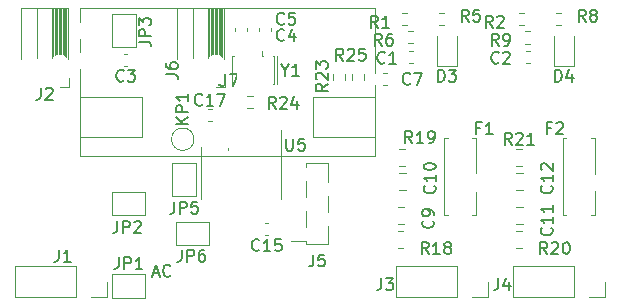
<source format=gbr>
%TF.GenerationSoftware,KiCad,Pcbnew,(5.1.10)-1*%
%TF.CreationDate,2022-01-18T17:52:15+07:00*%
%TF.ProjectId,Power_manager_v3,506f7765-725f-46d6-916e-616765725f76,rev?*%
%TF.SameCoordinates,Original*%
%TF.FileFunction,Legend,Top*%
%TF.FilePolarity,Positive*%
%FSLAX46Y46*%
G04 Gerber Fmt 4.6, Leading zero omitted, Abs format (unit mm)*
G04 Created by KiCad (PCBNEW (5.1.10)-1) date 2022-01-18 17:52:15*
%MOMM*%
%LPD*%
G01*
G04 APERTURE LIST*
%ADD10C,0.150000*%
%ADD11C,0.120000*%
%ADD12R,1.800000X0.650000*%
%ADD13C,1.000000*%
%ADD14R,1.000000X1.000000*%
%ADD15C,1.600000*%
%ADD16R,1.600000X1.600000*%
%ADD17R,2.400000X1.700000*%
%ADD18O,2.400000X1.700000*%
%ADD19O,1.700000X1.700000*%
%ADD20R,1.900000X2.700000*%
%ADD21O,1.000000X1.000000*%
%ADD22C,1.500000*%
%ADD23O,1.600000X1.600000*%
%ADD24R,0.400000X3.200000*%
%ADD25C,2.000000*%
%ADD26C,0.020000*%
%ADD27C,1.800000*%
%ADD28R,1.800000X1.800000*%
%ADD29R,0.450000X0.600000*%
G04 APERTURE END LIST*
D10*
X86688904Y-97499666D02*
X87165095Y-97499666D01*
X86593666Y-97785380D02*
X86927000Y-96785380D01*
X87260333Y-97785380D01*
X88165095Y-97690142D02*
X88117476Y-97737761D01*
X87974619Y-97785380D01*
X87879380Y-97785380D01*
X87736523Y-97737761D01*
X87641285Y-97642523D01*
X87593666Y-97547285D01*
X87546047Y-97356809D01*
X87546047Y-97213952D01*
X87593666Y-97023476D01*
X87641285Y-96928238D01*
X87736523Y-96833000D01*
X87879380Y-96785380D01*
X87974619Y-96785380D01*
X88117476Y-96833000D01*
X88165095Y-96880619D01*
D11*
%TO.C,J5*%
X99628000Y-94743000D02*
X98398000Y-94743000D01*
X101548000Y-89763000D02*
X101548000Y-88208000D01*
X101548000Y-92303000D02*
X101548000Y-90933000D01*
X101548000Y-95028000D02*
X101548000Y-93473000D01*
X101548000Y-88208000D02*
X99628000Y-88208000D01*
X99628000Y-88493000D02*
X99628000Y-88208000D01*
X99628000Y-91033000D02*
X99628000Y-89663000D01*
X99628000Y-93573000D02*
X99628000Y-92203000D01*
X99628000Y-95028000D02*
X99628000Y-94743000D01*
X101548000Y-95028000D02*
X99628000Y-95028000D01*
%TO.C,U7*%
X105515000Y-85952000D02*
X100254000Y-85952000D01*
X105515000Y-87552000D02*
X80515000Y-87552000D01*
X100254000Y-82552000D02*
X105515000Y-82552000D01*
X80515000Y-87552000D02*
X80515000Y-75052000D01*
X105515000Y-75052000D02*
X80515000Y-75052000D01*
X105515000Y-75052000D02*
X105515000Y-87552000D01*
X93015000Y-87052000D02*
X93015000Y-85802000D01*
X85776000Y-85952000D02*
X80515000Y-85952000D01*
X85776000Y-85952000D02*
X85776000Y-82552000D01*
X100254000Y-85952000D02*
X100254000Y-82552000D01*
X85776000Y-82552000D02*
X80515000Y-82552000D01*
%TO.C,J4*%
X117212000Y-96892000D02*
X117212000Y-99552000D01*
X122352000Y-96892000D02*
X117212000Y-96892000D01*
X122352000Y-99552000D02*
X117212000Y-99552000D01*
X122352000Y-96892000D02*
X122352000Y-99552000D01*
X123622000Y-99552000D02*
X124952000Y-99552000D01*
X124952000Y-98222000D02*
X124952000Y-99552000D01*
%TO.C,J3*%
X107306000Y-96892000D02*
X107306000Y-99552000D01*
X112446000Y-96892000D02*
X107306000Y-96892000D01*
X112446000Y-99552000D02*
X107306000Y-99552000D01*
X112446000Y-96892000D02*
X112446000Y-99552000D01*
X113716000Y-99552000D02*
X115046000Y-99552000D01*
X115046000Y-98222000D02*
X115046000Y-99552000D01*
%TO.C,J1*%
X75048000Y-96892000D02*
X75048000Y-99552000D01*
X80188000Y-96892000D02*
X75048000Y-96892000D01*
X80188000Y-99552000D02*
X75048000Y-99552000D01*
X80188000Y-96892000D02*
X80188000Y-99552000D01*
X81458000Y-99552000D02*
X82788000Y-99552000D01*
X82788000Y-98222000D02*
X82788000Y-99552000D01*
%TO.C,J6*%
X92759000Y-80950000D02*
X92759000Y-81710000D01*
X92759000Y-81710000D02*
X91999000Y-81710000D01*
X92694000Y-75070000D02*
X88764000Y-75070000D01*
X88764000Y-75070000D02*
X88764000Y-79372470D01*
X92694000Y-75070000D02*
X92694000Y-79372470D01*
X90094000Y-75070000D02*
X90094000Y-79262418D01*
X91364000Y-75070000D02*
X91364000Y-79262418D01*
X91474000Y-75070000D02*
X91474000Y-79130477D01*
X91584000Y-75070000D02*
X91584000Y-79043309D01*
X91694000Y-75070000D02*
X91694000Y-78983886D01*
X91804000Y-75070000D02*
X91804000Y-78945442D01*
X91914000Y-75070000D02*
X91914000Y-78924768D01*
X92024000Y-75070000D02*
X92024000Y-78920411D01*
X92134000Y-75070000D02*
X92134000Y-78932086D01*
X92244000Y-75070000D02*
X92244000Y-78960573D01*
X92354000Y-75070000D02*
X92354000Y-79008007D01*
X92464000Y-75070000D02*
X92464000Y-79078855D01*
X92574000Y-75070000D02*
X92574000Y-79183034D01*
%TO.C,C17*%
X91363420Y-84635000D02*
X91644580Y-84635000D01*
X91363420Y-83615000D02*
X91644580Y-83615000D01*
%TO.C,KP1*%
X90155000Y-86157000D02*
G75*
G03*
X90155000Y-86157000I-950000J0D01*
G01*
%TO.C,F1*%
X111660000Y-92602000D02*
X111330000Y-92602000D01*
X111330000Y-92602000D02*
X111330000Y-86062000D01*
X111330000Y-86062000D02*
X111660000Y-86062000D01*
X113740000Y-92602000D02*
X114070000Y-92602000D01*
X114070000Y-92602000D02*
X114070000Y-86062000D01*
X114070000Y-86062000D02*
X113740000Y-86062000D01*
%TO.C,R25*%
X104586500Y-81124258D02*
X104586500Y-80649742D01*
X103541500Y-81124258D02*
X103541500Y-80649742D01*
%TO.C,R23*%
X101890500Y-80648742D02*
X101890500Y-81123258D01*
X102935500Y-80648742D02*
X102935500Y-81123258D01*
%TO.C,C15*%
X96176420Y-94287000D02*
X96457580Y-94287000D01*
X96176420Y-93267000D02*
X96457580Y-93267000D01*
%TO.C,C7*%
X106196420Y-81587000D02*
X106477580Y-81587000D01*
X106196420Y-80567000D02*
X106477580Y-80567000D01*
%TO.C,Y1*%
X93374000Y-81515000D02*
X93374000Y-79515000D01*
X96974000Y-79515000D02*
X96974000Y-81515000D01*
X95924000Y-79115000D02*
X95924000Y-78715000D01*
X97174000Y-81515000D02*
X97174000Y-79515000D01*
X93374000Y-79515000D02*
X93374000Y-79115000D01*
X96974000Y-79515000D02*
X96974000Y-79115000D01*
X97174000Y-79515000D02*
X97174000Y-79115000D01*
X96974000Y-81515000D02*
X96824000Y-81515000D01*
X96974000Y-79115000D02*
X96824000Y-79115000D01*
X95924000Y-79115000D02*
X95974000Y-79115000D01*
X93374000Y-79115000D02*
X93524000Y-79115000D01*
X93374000Y-81515000D02*
X93524000Y-81515000D01*
%TO.C,U5*%
X90777000Y-89009500D02*
X90777000Y-91209500D01*
X90777000Y-89009500D02*
X90777000Y-86809500D01*
X97547000Y-89009500D02*
X97547000Y-91209500D01*
X97547000Y-89009500D02*
X97547000Y-85409500D01*
%TO.C,R24*%
X94682742Y-82459500D02*
X95157258Y-82459500D01*
X94682742Y-83504500D02*
X95157258Y-83504500D01*
%TO.C,C5*%
X93648000Y-77013580D02*
X93648000Y-76732420D01*
X94668000Y-77013580D02*
X94668000Y-76732420D01*
%TO.C,C4*%
X95680000Y-77013580D02*
X95680000Y-76732420D01*
X96700000Y-77013580D02*
X96700000Y-76732420D01*
%TO.C,JP6*%
X88657000Y-95158000D02*
X88657000Y-93158000D01*
X91457000Y-95158000D02*
X88657000Y-95158000D01*
X91457000Y-93158000D02*
X91457000Y-95158000D01*
X88657000Y-93158000D02*
X91457000Y-93158000D01*
%TO.C,JP5*%
X88332000Y-88149000D02*
X90332000Y-88149000D01*
X88332000Y-90949000D02*
X88332000Y-88149000D01*
X90332000Y-90949000D02*
X88332000Y-90949000D01*
X90332000Y-88149000D02*
X90332000Y-90949000D01*
%TO.C,JP3*%
X85252000Y-78376000D02*
X83252000Y-78376000D01*
X85252000Y-75576000D02*
X85252000Y-78376000D01*
X83252000Y-75576000D02*
X85252000Y-75576000D01*
X83252000Y-78376000D02*
X83252000Y-75576000D01*
%TO.C,JP2*%
X83196000Y-92618000D02*
X83196000Y-90618000D01*
X85996000Y-92618000D02*
X83196000Y-92618000D01*
X85996000Y-90618000D02*
X85996000Y-92618000D01*
X83196000Y-90618000D02*
X85996000Y-90618000D01*
%TO.C,R21*%
X117903564Y-88416000D02*
X117449436Y-88416000D01*
X117903564Y-86946000D02*
X117449436Y-86946000D01*
%TO.C,R20*%
X117903564Y-93931000D02*
X117449436Y-93931000D01*
X117903564Y-95401000D02*
X117449436Y-95401000D01*
%TO.C,R19*%
X107997564Y-88416000D02*
X107543436Y-88416000D01*
X107997564Y-86946000D02*
X107543436Y-86946000D01*
%TO.C,R18*%
X107870564Y-95401000D02*
X107416436Y-95401000D01*
X107870564Y-93931000D02*
X107416436Y-93931000D01*
%TO.C,C12*%
X117452748Y-88978000D02*
X117975252Y-88978000D01*
X117452748Y-90448000D02*
X117975252Y-90448000D01*
%TO.C,C11*%
X117980252Y-93369000D02*
X117457748Y-93369000D01*
X117980252Y-91899000D02*
X117457748Y-91899000D01*
%TO.C,C10*%
X107551748Y-88978000D02*
X108074252Y-88978000D01*
X107551748Y-90448000D02*
X108074252Y-90448000D01*
%TO.C,C9*%
X107942252Y-93369000D02*
X107419748Y-93369000D01*
X107942252Y-91899000D02*
X107419748Y-91899000D01*
%TO.C,R9*%
X118651758Y-78081600D02*
X118177242Y-78081600D01*
X118651758Y-77036600D02*
X118177242Y-77036600D01*
%TO.C,R8*%
X120780742Y-75474500D02*
X121255258Y-75474500D01*
X120780742Y-76519500D02*
X121255258Y-76519500D01*
%TO.C,R6*%
X108745758Y-78043500D02*
X108271242Y-78043500D01*
X108745758Y-76998500D02*
X108271242Y-76998500D01*
%TO.C,R5*%
X110874742Y-75474500D02*
X111349258Y-75474500D01*
X110874742Y-76519500D02*
X111349258Y-76519500D01*
%TO.C,R2*%
X118143758Y-76519500D02*
X117669242Y-76519500D01*
X118143758Y-75474500D02*
X117669242Y-75474500D01*
%TO.C,R1*%
X108237758Y-76519500D02*
X107763242Y-76519500D01*
X108237758Y-75474500D02*
X107763242Y-75474500D01*
%TO.C,D4*%
X120613000Y-79944000D02*
X122313000Y-79944000D01*
X122313000Y-79944000D02*
X122313000Y-77394000D01*
X120613000Y-79944000D02*
X120613000Y-77394000D01*
%TO.C,D3*%
X110707000Y-79944000D02*
X112407000Y-79944000D01*
X112407000Y-79944000D02*
X112407000Y-77394000D01*
X110707000Y-79944000D02*
X110707000Y-77394000D01*
%TO.C,C2*%
X118287420Y-78662000D02*
X118568580Y-78662000D01*
X118287420Y-79682000D02*
X118568580Y-79682000D01*
%TO.C,C1*%
X108381420Y-78662000D02*
X108662580Y-78662000D01*
X108381420Y-79682000D02*
X108662580Y-79682000D01*
%TO.C,C3*%
X84506580Y-79936000D02*
X84225420Y-79936000D01*
X84506580Y-78916000D02*
X84225420Y-78916000D01*
%TO.C,JP1*%
X83196000Y-99603000D02*
X83196000Y-97603000D01*
X85996000Y-99603000D02*
X83196000Y-99603000D01*
X85996000Y-97603000D02*
X85996000Y-99603000D01*
X83196000Y-97603000D02*
X85996000Y-97603000D01*
%TO.C,J2*%
X79366000Y-75070000D02*
X79366000Y-79183034D01*
X79256000Y-75070000D02*
X79256000Y-79078855D01*
X79146000Y-75070000D02*
X79146000Y-79008007D01*
X79036000Y-75070000D02*
X79036000Y-78960573D01*
X78926000Y-75070000D02*
X78926000Y-78932086D01*
X78816000Y-75070000D02*
X78816000Y-78920411D01*
X78706000Y-75070000D02*
X78706000Y-78924768D01*
X78596000Y-75070000D02*
X78596000Y-78945442D01*
X78486000Y-75070000D02*
X78486000Y-78983886D01*
X78376000Y-75070000D02*
X78376000Y-79043309D01*
X78266000Y-75070000D02*
X78266000Y-79130477D01*
X78156000Y-75070000D02*
X78156000Y-79262418D01*
X76886000Y-75070000D02*
X76886000Y-79262418D01*
X79486000Y-75070000D02*
X79486000Y-79372470D01*
X75556000Y-75070000D02*
X75556000Y-79372470D01*
X79486000Y-75070000D02*
X75556000Y-75070000D01*
X79551000Y-81710000D02*
X78791000Y-81710000D01*
X79551000Y-80950000D02*
X79551000Y-81710000D01*
%TO.C,F2*%
X121693000Y-92602000D02*
X121363000Y-92602000D01*
X121363000Y-92602000D02*
X121363000Y-86062000D01*
X121363000Y-86062000D02*
X121693000Y-86062000D01*
X123773000Y-92602000D02*
X124103000Y-92602000D01*
X124103000Y-92602000D02*
X124103000Y-86062000D01*
X124103000Y-86062000D02*
X123773000Y-86062000D01*
%TO.C,J5*%
D10*
X100254666Y-95920380D02*
X100254666Y-96634666D01*
X100207047Y-96777523D01*
X100111809Y-96872761D01*
X99968952Y-96920380D01*
X99873714Y-96920380D01*
X101207047Y-95920380D02*
X100730857Y-95920380D01*
X100683238Y-96396571D01*
X100730857Y-96348952D01*
X100826095Y-96301333D01*
X101064190Y-96301333D01*
X101159428Y-96348952D01*
X101207047Y-96396571D01*
X101254666Y-96491809D01*
X101254666Y-96729904D01*
X101207047Y-96825142D01*
X101159428Y-96872761D01*
X101064190Y-96920380D01*
X100826095Y-96920380D01*
X100730857Y-96872761D01*
X100683238Y-96825142D01*
%TO.C,U7*%
X92253095Y-80654380D02*
X92253095Y-81463904D01*
X92300714Y-81559142D01*
X92348333Y-81606761D01*
X92443571Y-81654380D01*
X92634047Y-81654380D01*
X92729285Y-81606761D01*
X92776904Y-81559142D01*
X92824523Y-81463904D01*
X92824523Y-80654380D01*
X93205476Y-80654380D02*
X93872142Y-80654380D01*
X93443571Y-81654380D01*
%TO.C,J4*%
X115922666Y-97928380D02*
X115922666Y-98642666D01*
X115875047Y-98785523D01*
X115779809Y-98880761D01*
X115636952Y-98928380D01*
X115541714Y-98928380D01*
X116827428Y-98261714D02*
X116827428Y-98928380D01*
X116589333Y-97880761D02*
X116351238Y-98595047D01*
X116970285Y-98595047D01*
%TO.C,J3*%
X106016666Y-97928380D02*
X106016666Y-98642666D01*
X105969047Y-98785523D01*
X105873809Y-98880761D01*
X105730952Y-98928380D01*
X105635714Y-98928380D01*
X106397619Y-97928380D02*
X107016666Y-97928380D01*
X106683333Y-98309333D01*
X106826190Y-98309333D01*
X106921428Y-98356952D01*
X106969047Y-98404571D01*
X107016666Y-98499809D01*
X107016666Y-98737904D01*
X106969047Y-98833142D01*
X106921428Y-98880761D01*
X106826190Y-98928380D01*
X106540476Y-98928380D01*
X106445238Y-98880761D01*
X106397619Y-98833142D01*
%TO.C,J1*%
X78711666Y-95515380D02*
X78711666Y-96229666D01*
X78664047Y-96372523D01*
X78568809Y-96467761D01*
X78425952Y-96515380D01*
X78330714Y-96515380D01*
X79711666Y-96515380D02*
X79140238Y-96515380D01*
X79425952Y-96515380D02*
X79425952Y-95515380D01*
X79330714Y-95658238D01*
X79235476Y-95753476D01*
X79140238Y-95801095D01*
%TO.C,J6*%
X87768380Y-80648333D02*
X88482666Y-80648333D01*
X88625523Y-80695952D01*
X88720761Y-80791190D01*
X88768380Y-80934047D01*
X88768380Y-81029285D01*
X87768380Y-79743571D02*
X87768380Y-79934047D01*
X87816000Y-80029285D01*
X87863619Y-80076904D01*
X88006476Y-80172142D01*
X88196952Y-80219761D01*
X88577904Y-80219761D01*
X88673142Y-80172142D01*
X88720761Y-80124523D01*
X88768380Y-80029285D01*
X88768380Y-79838809D01*
X88720761Y-79743571D01*
X88673142Y-79695952D01*
X88577904Y-79648333D01*
X88339809Y-79648333D01*
X88244571Y-79695952D01*
X88196952Y-79743571D01*
X88149333Y-79838809D01*
X88149333Y-80029285D01*
X88196952Y-80124523D01*
X88244571Y-80172142D01*
X88339809Y-80219761D01*
%TO.C,C17*%
X90848142Y-83212142D02*
X90800523Y-83259761D01*
X90657666Y-83307380D01*
X90562428Y-83307380D01*
X90419571Y-83259761D01*
X90324333Y-83164523D01*
X90276714Y-83069285D01*
X90229095Y-82878809D01*
X90229095Y-82735952D01*
X90276714Y-82545476D01*
X90324333Y-82450238D01*
X90419571Y-82355000D01*
X90562428Y-82307380D01*
X90657666Y-82307380D01*
X90800523Y-82355000D01*
X90848142Y-82402619D01*
X91800523Y-83307380D02*
X91229095Y-83307380D01*
X91514809Y-83307380D02*
X91514809Y-82307380D01*
X91419571Y-82450238D01*
X91324333Y-82545476D01*
X91229095Y-82593095D01*
X92133857Y-82307380D02*
X92800523Y-82307380D01*
X92371952Y-83307380D01*
%TO.C,KP1*%
X89657380Y-84855095D02*
X88657380Y-84855095D01*
X89657380Y-84283666D02*
X89085952Y-84712238D01*
X88657380Y-84283666D02*
X89228809Y-84855095D01*
X89657380Y-83855095D02*
X88657380Y-83855095D01*
X88657380Y-83474142D01*
X88705000Y-83378904D01*
X88752619Y-83331285D01*
X88847857Y-83283666D01*
X88990714Y-83283666D01*
X89085952Y-83331285D01*
X89133571Y-83378904D01*
X89181190Y-83474142D01*
X89181190Y-83855095D01*
X89657380Y-82331285D02*
X89657380Y-82902714D01*
X89657380Y-82617000D02*
X88657380Y-82617000D01*
X88800238Y-82712238D01*
X88895476Y-82807476D01*
X88943095Y-82902714D01*
%TO.C,F1*%
X114398666Y-85196571D02*
X114065333Y-85196571D01*
X114065333Y-85720380D02*
X114065333Y-84720380D01*
X114541523Y-84720380D01*
X115446285Y-85720380D02*
X114874857Y-85720380D01*
X115160571Y-85720380D02*
X115160571Y-84720380D01*
X115065333Y-84863238D01*
X114970095Y-84958476D01*
X114874857Y-85006095D01*
%TO.C,R25*%
X102786142Y-79497380D02*
X102452809Y-79021190D01*
X102214714Y-79497380D02*
X102214714Y-78497380D01*
X102595666Y-78497380D01*
X102690904Y-78545000D01*
X102738523Y-78592619D01*
X102786142Y-78687857D01*
X102786142Y-78830714D01*
X102738523Y-78925952D01*
X102690904Y-78973571D01*
X102595666Y-79021190D01*
X102214714Y-79021190D01*
X103167095Y-78592619D02*
X103214714Y-78545000D01*
X103309952Y-78497380D01*
X103548047Y-78497380D01*
X103643285Y-78545000D01*
X103690904Y-78592619D01*
X103738523Y-78687857D01*
X103738523Y-78783095D01*
X103690904Y-78925952D01*
X103119476Y-79497380D01*
X103738523Y-79497380D01*
X104643285Y-78497380D02*
X104167095Y-78497380D01*
X104119476Y-78973571D01*
X104167095Y-78925952D01*
X104262333Y-78878333D01*
X104500428Y-78878333D01*
X104595666Y-78925952D01*
X104643285Y-78973571D01*
X104690904Y-79068809D01*
X104690904Y-79306904D01*
X104643285Y-79402142D01*
X104595666Y-79449761D01*
X104500428Y-79497380D01*
X104262333Y-79497380D01*
X104167095Y-79449761D01*
X104119476Y-79402142D01*
%TO.C,R23*%
X101468380Y-81465857D02*
X100992190Y-81799190D01*
X101468380Y-82037285D02*
X100468380Y-82037285D01*
X100468380Y-81656333D01*
X100516000Y-81561095D01*
X100563619Y-81513476D01*
X100658857Y-81465857D01*
X100801714Y-81465857D01*
X100896952Y-81513476D01*
X100944571Y-81561095D01*
X100992190Y-81656333D01*
X100992190Y-82037285D01*
X100563619Y-81084904D02*
X100516000Y-81037285D01*
X100468380Y-80942047D01*
X100468380Y-80703952D01*
X100516000Y-80608714D01*
X100563619Y-80561095D01*
X100658857Y-80513476D01*
X100754095Y-80513476D01*
X100896952Y-80561095D01*
X101468380Y-81132523D01*
X101468380Y-80513476D01*
X100468380Y-80180142D02*
X100468380Y-79561095D01*
X100849333Y-79894428D01*
X100849333Y-79751571D01*
X100896952Y-79656333D01*
X100944571Y-79608714D01*
X101039809Y-79561095D01*
X101277904Y-79561095D01*
X101373142Y-79608714D01*
X101420761Y-79656333D01*
X101468380Y-79751571D01*
X101468380Y-80037285D01*
X101420761Y-80132523D01*
X101373142Y-80180142D01*
%TO.C,C15*%
X95674142Y-95531142D02*
X95626523Y-95578761D01*
X95483666Y-95626380D01*
X95388428Y-95626380D01*
X95245571Y-95578761D01*
X95150333Y-95483523D01*
X95102714Y-95388285D01*
X95055095Y-95197809D01*
X95055095Y-95054952D01*
X95102714Y-94864476D01*
X95150333Y-94769238D01*
X95245571Y-94674000D01*
X95388428Y-94626380D01*
X95483666Y-94626380D01*
X95626523Y-94674000D01*
X95674142Y-94721619D01*
X96626523Y-95626380D02*
X96055095Y-95626380D01*
X96340809Y-95626380D02*
X96340809Y-94626380D01*
X96245571Y-94769238D01*
X96150333Y-94864476D01*
X96055095Y-94912095D01*
X97531285Y-94626380D02*
X97055095Y-94626380D01*
X97007476Y-95102571D01*
X97055095Y-95054952D01*
X97150333Y-95007333D01*
X97388428Y-95007333D01*
X97483666Y-95054952D01*
X97531285Y-95102571D01*
X97578904Y-95197809D01*
X97578904Y-95435904D01*
X97531285Y-95531142D01*
X97483666Y-95578761D01*
X97388428Y-95626380D01*
X97150333Y-95626380D01*
X97055095Y-95578761D01*
X97007476Y-95531142D01*
%TO.C,C7*%
X108469333Y-81434142D02*
X108421714Y-81481761D01*
X108278857Y-81529380D01*
X108183619Y-81529380D01*
X108040761Y-81481761D01*
X107945523Y-81386523D01*
X107897904Y-81291285D01*
X107850285Y-81100809D01*
X107850285Y-80957952D01*
X107897904Y-80767476D01*
X107945523Y-80672238D01*
X108040761Y-80577000D01*
X108183619Y-80529380D01*
X108278857Y-80529380D01*
X108421714Y-80577000D01*
X108469333Y-80624619D01*
X108802666Y-80529380D02*
X109469333Y-80529380D01*
X109040761Y-81529380D01*
%TO.C,Y1*%
X97872809Y-80291190D02*
X97872809Y-80767380D01*
X97539476Y-79767380D02*
X97872809Y-80291190D01*
X98206142Y-79767380D01*
X99063285Y-80767380D02*
X98491857Y-80767380D01*
X98777571Y-80767380D02*
X98777571Y-79767380D01*
X98682333Y-79910238D01*
X98587095Y-80005476D01*
X98491857Y-80053095D01*
%TO.C,U5*%
X97968095Y-86117380D02*
X97968095Y-86926904D01*
X98015714Y-87022142D01*
X98063333Y-87069761D01*
X98158571Y-87117380D01*
X98349047Y-87117380D01*
X98444285Y-87069761D01*
X98491904Y-87022142D01*
X98539523Y-86926904D01*
X98539523Y-86117380D01*
X99491904Y-86117380D02*
X99015714Y-86117380D01*
X98968095Y-86593571D01*
X99015714Y-86545952D01*
X99110952Y-86498333D01*
X99349047Y-86498333D01*
X99444285Y-86545952D01*
X99491904Y-86593571D01*
X99539523Y-86688809D01*
X99539523Y-86926904D01*
X99491904Y-87022142D01*
X99444285Y-87069761D01*
X99349047Y-87117380D01*
X99110952Y-87117380D01*
X99015714Y-87069761D01*
X98968095Y-87022142D01*
%TO.C,R24*%
X97071142Y-83561380D02*
X96737809Y-83085190D01*
X96499714Y-83561380D02*
X96499714Y-82561380D01*
X96880666Y-82561380D01*
X96975904Y-82609000D01*
X97023523Y-82656619D01*
X97071142Y-82751857D01*
X97071142Y-82894714D01*
X97023523Y-82989952D01*
X96975904Y-83037571D01*
X96880666Y-83085190D01*
X96499714Y-83085190D01*
X97452095Y-82656619D02*
X97499714Y-82609000D01*
X97594952Y-82561380D01*
X97833047Y-82561380D01*
X97928285Y-82609000D01*
X97975904Y-82656619D01*
X98023523Y-82751857D01*
X98023523Y-82847095D01*
X97975904Y-82989952D01*
X97404476Y-83561380D01*
X98023523Y-83561380D01*
X98880666Y-82894714D02*
X98880666Y-83561380D01*
X98642571Y-82513761D02*
X98404476Y-83228047D01*
X99023523Y-83228047D01*
%TO.C,C5*%
X97801333Y-76354142D02*
X97753714Y-76401761D01*
X97610857Y-76449380D01*
X97515619Y-76449380D01*
X97372761Y-76401761D01*
X97277523Y-76306523D01*
X97229904Y-76211285D01*
X97182285Y-76020809D01*
X97182285Y-75877952D01*
X97229904Y-75687476D01*
X97277523Y-75592238D01*
X97372761Y-75497000D01*
X97515619Y-75449380D01*
X97610857Y-75449380D01*
X97753714Y-75497000D01*
X97801333Y-75544619D01*
X98706095Y-75449380D02*
X98229904Y-75449380D01*
X98182285Y-75925571D01*
X98229904Y-75877952D01*
X98325142Y-75830333D01*
X98563238Y-75830333D01*
X98658476Y-75877952D01*
X98706095Y-75925571D01*
X98753714Y-76020809D01*
X98753714Y-76258904D01*
X98706095Y-76354142D01*
X98658476Y-76401761D01*
X98563238Y-76449380D01*
X98325142Y-76449380D01*
X98229904Y-76401761D01*
X98182285Y-76354142D01*
%TO.C,C4*%
X97801333Y-77751142D02*
X97753714Y-77798761D01*
X97610857Y-77846380D01*
X97515619Y-77846380D01*
X97372761Y-77798761D01*
X97277523Y-77703523D01*
X97229904Y-77608285D01*
X97182285Y-77417809D01*
X97182285Y-77274952D01*
X97229904Y-77084476D01*
X97277523Y-76989238D01*
X97372761Y-76894000D01*
X97515619Y-76846380D01*
X97610857Y-76846380D01*
X97753714Y-76894000D01*
X97801333Y-76941619D01*
X98658476Y-77179714D02*
X98658476Y-77846380D01*
X98420380Y-76798761D02*
X98182285Y-77513047D01*
X98801333Y-77513047D01*
%TO.C,JP6*%
X89133666Y-95515380D02*
X89133666Y-96229666D01*
X89086047Y-96372523D01*
X88990809Y-96467761D01*
X88847952Y-96515380D01*
X88752714Y-96515380D01*
X89609857Y-96515380D02*
X89609857Y-95515380D01*
X89990809Y-95515380D01*
X90086047Y-95563000D01*
X90133666Y-95610619D01*
X90181285Y-95705857D01*
X90181285Y-95848714D01*
X90133666Y-95943952D01*
X90086047Y-95991571D01*
X89990809Y-96039190D01*
X89609857Y-96039190D01*
X91038428Y-95515380D02*
X90847952Y-95515380D01*
X90752714Y-95563000D01*
X90705095Y-95610619D01*
X90609857Y-95753476D01*
X90562238Y-95943952D01*
X90562238Y-96324904D01*
X90609857Y-96420142D01*
X90657476Y-96467761D01*
X90752714Y-96515380D01*
X90943190Y-96515380D01*
X91038428Y-96467761D01*
X91086047Y-96420142D01*
X91133666Y-96324904D01*
X91133666Y-96086809D01*
X91086047Y-95991571D01*
X91038428Y-95943952D01*
X90943190Y-95896333D01*
X90752714Y-95896333D01*
X90657476Y-95943952D01*
X90609857Y-95991571D01*
X90562238Y-96086809D01*
%TO.C,JP5*%
X88498666Y-91451380D02*
X88498666Y-92165666D01*
X88451047Y-92308523D01*
X88355809Y-92403761D01*
X88212952Y-92451380D01*
X88117714Y-92451380D01*
X88974857Y-92451380D02*
X88974857Y-91451380D01*
X89355809Y-91451380D01*
X89451047Y-91499000D01*
X89498666Y-91546619D01*
X89546285Y-91641857D01*
X89546285Y-91784714D01*
X89498666Y-91879952D01*
X89451047Y-91927571D01*
X89355809Y-91975190D01*
X88974857Y-91975190D01*
X90451047Y-91451380D02*
X89974857Y-91451380D01*
X89927238Y-91927571D01*
X89974857Y-91879952D01*
X90070095Y-91832333D01*
X90308190Y-91832333D01*
X90403428Y-91879952D01*
X90451047Y-91927571D01*
X90498666Y-92022809D01*
X90498666Y-92260904D01*
X90451047Y-92356142D01*
X90403428Y-92403761D01*
X90308190Y-92451380D01*
X90070095Y-92451380D01*
X89974857Y-92403761D01*
X89927238Y-92356142D01*
%TO.C,JP3*%
X85482380Y-77899333D02*
X86196666Y-77899333D01*
X86339523Y-77946952D01*
X86434761Y-78042190D01*
X86482380Y-78185047D01*
X86482380Y-78280285D01*
X86482380Y-77423142D02*
X85482380Y-77423142D01*
X85482380Y-77042190D01*
X85530000Y-76946952D01*
X85577619Y-76899333D01*
X85672857Y-76851714D01*
X85815714Y-76851714D01*
X85910952Y-76899333D01*
X85958571Y-76946952D01*
X86006190Y-77042190D01*
X86006190Y-77423142D01*
X85482380Y-76518380D02*
X85482380Y-75899333D01*
X85863333Y-76232666D01*
X85863333Y-76089809D01*
X85910952Y-75994571D01*
X85958571Y-75946952D01*
X86053809Y-75899333D01*
X86291904Y-75899333D01*
X86387142Y-75946952D01*
X86434761Y-75994571D01*
X86482380Y-76089809D01*
X86482380Y-76375523D01*
X86434761Y-76470761D01*
X86387142Y-76518380D01*
%TO.C,JP2*%
X83672666Y-93102380D02*
X83672666Y-93816666D01*
X83625047Y-93959523D01*
X83529809Y-94054761D01*
X83386952Y-94102380D01*
X83291714Y-94102380D01*
X84148857Y-94102380D02*
X84148857Y-93102380D01*
X84529809Y-93102380D01*
X84625047Y-93150000D01*
X84672666Y-93197619D01*
X84720285Y-93292857D01*
X84720285Y-93435714D01*
X84672666Y-93530952D01*
X84625047Y-93578571D01*
X84529809Y-93626190D01*
X84148857Y-93626190D01*
X85101238Y-93197619D02*
X85148857Y-93150000D01*
X85244095Y-93102380D01*
X85482190Y-93102380D01*
X85577428Y-93150000D01*
X85625047Y-93197619D01*
X85672666Y-93292857D01*
X85672666Y-93388095D01*
X85625047Y-93530952D01*
X85053619Y-94102380D01*
X85672666Y-94102380D01*
%TO.C,R21*%
X117057142Y-86609380D02*
X116723809Y-86133190D01*
X116485714Y-86609380D02*
X116485714Y-85609380D01*
X116866666Y-85609380D01*
X116961904Y-85657000D01*
X117009523Y-85704619D01*
X117057142Y-85799857D01*
X117057142Y-85942714D01*
X117009523Y-86037952D01*
X116961904Y-86085571D01*
X116866666Y-86133190D01*
X116485714Y-86133190D01*
X117438095Y-85704619D02*
X117485714Y-85657000D01*
X117580952Y-85609380D01*
X117819047Y-85609380D01*
X117914285Y-85657000D01*
X117961904Y-85704619D01*
X118009523Y-85799857D01*
X118009523Y-85895095D01*
X117961904Y-86037952D01*
X117390476Y-86609380D01*
X118009523Y-86609380D01*
X118961904Y-86609380D02*
X118390476Y-86609380D01*
X118676190Y-86609380D02*
X118676190Y-85609380D01*
X118580952Y-85752238D01*
X118485714Y-85847476D01*
X118390476Y-85895095D01*
%TO.C,R20*%
X120058142Y-95880380D02*
X119724809Y-95404190D01*
X119486714Y-95880380D02*
X119486714Y-94880380D01*
X119867666Y-94880380D01*
X119962904Y-94928000D01*
X120010523Y-94975619D01*
X120058142Y-95070857D01*
X120058142Y-95213714D01*
X120010523Y-95308952D01*
X119962904Y-95356571D01*
X119867666Y-95404190D01*
X119486714Y-95404190D01*
X120439095Y-94975619D02*
X120486714Y-94928000D01*
X120581952Y-94880380D01*
X120820047Y-94880380D01*
X120915285Y-94928000D01*
X120962904Y-94975619D01*
X121010523Y-95070857D01*
X121010523Y-95166095D01*
X120962904Y-95308952D01*
X120391476Y-95880380D01*
X121010523Y-95880380D01*
X121629571Y-94880380D02*
X121724809Y-94880380D01*
X121820047Y-94928000D01*
X121867666Y-94975619D01*
X121915285Y-95070857D01*
X121962904Y-95261333D01*
X121962904Y-95499428D01*
X121915285Y-95689904D01*
X121867666Y-95785142D01*
X121820047Y-95832761D01*
X121724809Y-95880380D01*
X121629571Y-95880380D01*
X121534333Y-95832761D01*
X121486714Y-95785142D01*
X121439095Y-95689904D01*
X121391476Y-95499428D01*
X121391476Y-95261333D01*
X121439095Y-95070857D01*
X121486714Y-94975619D01*
X121534333Y-94928000D01*
X121629571Y-94880380D01*
%TO.C,R19*%
X108628142Y-86482380D02*
X108294809Y-86006190D01*
X108056714Y-86482380D02*
X108056714Y-85482380D01*
X108437666Y-85482380D01*
X108532904Y-85530000D01*
X108580523Y-85577619D01*
X108628142Y-85672857D01*
X108628142Y-85815714D01*
X108580523Y-85910952D01*
X108532904Y-85958571D01*
X108437666Y-86006190D01*
X108056714Y-86006190D01*
X109580523Y-86482380D02*
X109009095Y-86482380D01*
X109294809Y-86482380D02*
X109294809Y-85482380D01*
X109199571Y-85625238D01*
X109104333Y-85720476D01*
X109009095Y-85768095D01*
X110056714Y-86482380D02*
X110247190Y-86482380D01*
X110342428Y-86434761D01*
X110390047Y-86387142D01*
X110485285Y-86244285D01*
X110532904Y-86053809D01*
X110532904Y-85672857D01*
X110485285Y-85577619D01*
X110437666Y-85530000D01*
X110342428Y-85482380D01*
X110151952Y-85482380D01*
X110056714Y-85530000D01*
X110009095Y-85577619D01*
X109961476Y-85672857D01*
X109961476Y-85910952D01*
X110009095Y-86006190D01*
X110056714Y-86053809D01*
X110151952Y-86101428D01*
X110342428Y-86101428D01*
X110437666Y-86053809D01*
X110485285Y-86006190D01*
X110532904Y-85910952D01*
%TO.C,R18*%
X110025142Y-95880380D02*
X109691809Y-95404190D01*
X109453714Y-95880380D02*
X109453714Y-94880380D01*
X109834666Y-94880380D01*
X109929904Y-94928000D01*
X109977523Y-94975619D01*
X110025142Y-95070857D01*
X110025142Y-95213714D01*
X109977523Y-95308952D01*
X109929904Y-95356571D01*
X109834666Y-95404190D01*
X109453714Y-95404190D01*
X110977523Y-95880380D02*
X110406095Y-95880380D01*
X110691809Y-95880380D02*
X110691809Y-94880380D01*
X110596571Y-95023238D01*
X110501333Y-95118476D01*
X110406095Y-95166095D01*
X111548952Y-95308952D02*
X111453714Y-95261333D01*
X111406095Y-95213714D01*
X111358476Y-95118476D01*
X111358476Y-95070857D01*
X111406095Y-94975619D01*
X111453714Y-94928000D01*
X111548952Y-94880380D01*
X111739428Y-94880380D01*
X111834666Y-94928000D01*
X111882285Y-94975619D01*
X111929904Y-95070857D01*
X111929904Y-95118476D01*
X111882285Y-95213714D01*
X111834666Y-95261333D01*
X111739428Y-95308952D01*
X111548952Y-95308952D01*
X111453714Y-95356571D01*
X111406095Y-95404190D01*
X111358476Y-95499428D01*
X111358476Y-95689904D01*
X111406095Y-95785142D01*
X111453714Y-95832761D01*
X111548952Y-95880380D01*
X111739428Y-95880380D01*
X111834666Y-95832761D01*
X111882285Y-95785142D01*
X111929904Y-95689904D01*
X111929904Y-95499428D01*
X111882285Y-95404190D01*
X111834666Y-95356571D01*
X111739428Y-95308952D01*
%TO.C,C12*%
X120423142Y-90101857D02*
X120470761Y-90149476D01*
X120518380Y-90292333D01*
X120518380Y-90387571D01*
X120470761Y-90530428D01*
X120375523Y-90625666D01*
X120280285Y-90673285D01*
X120089809Y-90720904D01*
X119946952Y-90720904D01*
X119756476Y-90673285D01*
X119661238Y-90625666D01*
X119566000Y-90530428D01*
X119518380Y-90387571D01*
X119518380Y-90292333D01*
X119566000Y-90149476D01*
X119613619Y-90101857D01*
X120518380Y-89149476D02*
X120518380Y-89720904D01*
X120518380Y-89435190D02*
X119518380Y-89435190D01*
X119661238Y-89530428D01*
X119756476Y-89625666D01*
X119804095Y-89720904D01*
X119613619Y-88768523D02*
X119566000Y-88720904D01*
X119518380Y-88625666D01*
X119518380Y-88387571D01*
X119566000Y-88292333D01*
X119613619Y-88244714D01*
X119708857Y-88197095D01*
X119804095Y-88197095D01*
X119946952Y-88244714D01*
X120518380Y-88816142D01*
X120518380Y-88197095D01*
%TO.C,C11*%
X120423142Y-93657857D02*
X120470761Y-93705476D01*
X120518380Y-93848333D01*
X120518380Y-93943571D01*
X120470761Y-94086428D01*
X120375523Y-94181666D01*
X120280285Y-94229285D01*
X120089809Y-94276904D01*
X119946952Y-94276904D01*
X119756476Y-94229285D01*
X119661238Y-94181666D01*
X119566000Y-94086428D01*
X119518380Y-93943571D01*
X119518380Y-93848333D01*
X119566000Y-93705476D01*
X119613619Y-93657857D01*
X120518380Y-92705476D02*
X120518380Y-93276904D01*
X120518380Y-92991190D02*
X119518380Y-92991190D01*
X119661238Y-93086428D01*
X119756476Y-93181666D01*
X119804095Y-93276904D01*
X120518380Y-91753095D02*
X120518380Y-92324523D01*
X120518380Y-92038809D02*
X119518380Y-92038809D01*
X119661238Y-92134047D01*
X119756476Y-92229285D01*
X119804095Y-92324523D01*
%TO.C,C10*%
X110517142Y-90101857D02*
X110564761Y-90149476D01*
X110612380Y-90292333D01*
X110612380Y-90387571D01*
X110564761Y-90530428D01*
X110469523Y-90625666D01*
X110374285Y-90673285D01*
X110183809Y-90720904D01*
X110040952Y-90720904D01*
X109850476Y-90673285D01*
X109755238Y-90625666D01*
X109660000Y-90530428D01*
X109612380Y-90387571D01*
X109612380Y-90292333D01*
X109660000Y-90149476D01*
X109707619Y-90101857D01*
X110612380Y-89149476D02*
X110612380Y-89720904D01*
X110612380Y-89435190D02*
X109612380Y-89435190D01*
X109755238Y-89530428D01*
X109850476Y-89625666D01*
X109898095Y-89720904D01*
X109612380Y-88530428D02*
X109612380Y-88435190D01*
X109660000Y-88339952D01*
X109707619Y-88292333D01*
X109802857Y-88244714D01*
X109993333Y-88197095D01*
X110231428Y-88197095D01*
X110421904Y-88244714D01*
X110517142Y-88292333D01*
X110564761Y-88339952D01*
X110612380Y-88435190D01*
X110612380Y-88530428D01*
X110564761Y-88625666D01*
X110517142Y-88673285D01*
X110421904Y-88720904D01*
X110231428Y-88768523D01*
X109993333Y-88768523D01*
X109802857Y-88720904D01*
X109707619Y-88673285D01*
X109660000Y-88625666D01*
X109612380Y-88530428D01*
%TO.C,C9*%
X110390142Y-93054666D02*
X110437761Y-93102285D01*
X110485380Y-93245142D01*
X110485380Y-93340380D01*
X110437761Y-93483238D01*
X110342523Y-93578476D01*
X110247285Y-93626095D01*
X110056809Y-93673714D01*
X109913952Y-93673714D01*
X109723476Y-93626095D01*
X109628238Y-93578476D01*
X109533000Y-93483238D01*
X109485380Y-93340380D01*
X109485380Y-93245142D01*
X109533000Y-93102285D01*
X109580619Y-93054666D01*
X110485380Y-92578476D02*
X110485380Y-92388000D01*
X110437761Y-92292761D01*
X110390142Y-92245142D01*
X110247285Y-92149904D01*
X110056809Y-92102285D01*
X109675857Y-92102285D01*
X109580619Y-92149904D01*
X109533000Y-92197523D01*
X109485380Y-92292761D01*
X109485380Y-92483238D01*
X109533000Y-92578476D01*
X109580619Y-92626095D01*
X109675857Y-92673714D01*
X109913952Y-92673714D01*
X110009190Y-92626095D01*
X110056809Y-92578476D01*
X110104428Y-92483238D01*
X110104428Y-92292761D01*
X110056809Y-92197523D01*
X110009190Y-92149904D01*
X109913952Y-92102285D01*
%TO.C,R9*%
X115962333Y-78227380D02*
X115629000Y-77751190D01*
X115390904Y-78227380D02*
X115390904Y-77227380D01*
X115771857Y-77227380D01*
X115867095Y-77275000D01*
X115914714Y-77322619D01*
X115962333Y-77417857D01*
X115962333Y-77560714D01*
X115914714Y-77655952D01*
X115867095Y-77703571D01*
X115771857Y-77751190D01*
X115390904Y-77751190D01*
X116438523Y-78227380D02*
X116629000Y-78227380D01*
X116724238Y-78179761D01*
X116771857Y-78132142D01*
X116867095Y-77989285D01*
X116914714Y-77798809D01*
X116914714Y-77417857D01*
X116867095Y-77322619D01*
X116819476Y-77275000D01*
X116724238Y-77227380D01*
X116533761Y-77227380D01*
X116438523Y-77275000D01*
X116390904Y-77322619D01*
X116343285Y-77417857D01*
X116343285Y-77655952D01*
X116390904Y-77751190D01*
X116438523Y-77798809D01*
X116533761Y-77846428D01*
X116724238Y-77846428D01*
X116819476Y-77798809D01*
X116867095Y-77751190D01*
X116914714Y-77655952D01*
%TO.C,R8*%
X123328333Y-76195380D02*
X122995000Y-75719190D01*
X122756904Y-76195380D02*
X122756904Y-75195380D01*
X123137857Y-75195380D01*
X123233095Y-75243000D01*
X123280714Y-75290619D01*
X123328333Y-75385857D01*
X123328333Y-75528714D01*
X123280714Y-75623952D01*
X123233095Y-75671571D01*
X123137857Y-75719190D01*
X122756904Y-75719190D01*
X123899761Y-75623952D02*
X123804523Y-75576333D01*
X123756904Y-75528714D01*
X123709285Y-75433476D01*
X123709285Y-75385857D01*
X123756904Y-75290619D01*
X123804523Y-75243000D01*
X123899761Y-75195380D01*
X124090238Y-75195380D01*
X124185476Y-75243000D01*
X124233095Y-75290619D01*
X124280714Y-75385857D01*
X124280714Y-75433476D01*
X124233095Y-75528714D01*
X124185476Y-75576333D01*
X124090238Y-75623952D01*
X123899761Y-75623952D01*
X123804523Y-75671571D01*
X123756904Y-75719190D01*
X123709285Y-75814428D01*
X123709285Y-76004904D01*
X123756904Y-76100142D01*
X123804523Y-76147761D01*
X123899761Y-76195380D01*
X124090238Y-76195380D01*
X124185476Y-76147761D01*
X124233095Y-76100142D01*
X124280714Y-76004904D01*
X124280714Y-75814428D01*
X124233095Y-75719190D01*
X124185476Y-75671571D01*
X124090238Y-75623952D01*
%TO.C,R6*%
X106056333Y-78227380D02*
X105723000Y-77751190D01*
X105484904Y-78227380D02*
X105484904Y-77227380D01*
X105865857Y-77227380D01*
X105961095Y-77275000D01*
X106008714Y-77322619D01*
X106056333Y-77417857D01*
X106056333Y-77560714D01*
X106008714Y-77655952D01*
X105961095Y-77703571D01*
X105865857Y-77751190D01*
X105484904Y-77751190D01*
X106913476Y-77227380D02*
X106723000Y-77227380D01*
X106627761Y-77275000D01*
X106580142Y-77322619D01*
X106484904Y-77465476D01*
X106437285Y-77655952D01*
X106437285Y-78036904D01*
X106484904Y-78132142D01*
X106532523Y-78179761D01*
X106627761Y-78227380D01*
X106818238Y-78227380D01*
X106913476Y-78179761D01*
X106961095Y-78132142D01*
X107008714Y-78036904D01*
X107008714Y-77798809D01*
X106961095Y-77703571D01*
X106913476Y-77655952D01*
X106818238Y-77608333D01*
X106627761Y-77608333D01*
X106532523Y-77655952D01*
X106484904Y-77703571D01*
X106437285Y-77798809D01*
%TO.C,R5*%
X113422333Y-76195380D02*
X113089000Y-75719190D01*
X112850904Y-76195380D02*
X112850904Y-75195380D01*
X113231857Y-75195380D01*
X113327095Y-75243000D01*
X113374714Y-75290619D01*
X113422333Y-75385857D01*
X113422333Y-75528714D01*
X113374714Y-75623952D01*
X113327095Y-75671571D01*
X113231857Y-75719190D01*
X112850904Y-75719190D01*
X114327095Y-75195380D02*
X113850904Y-75195380D01*
X113803285Y-75671571D01*
X113850904Y-75623952D01*
X113946142Y-75576333D01*
X114184238Y-75576333D01*
X114279476Y-75623952D01*
X114327095Y-75671571D01*
X114374714Y-75766809D01*
X114374714Y-76004904D01*
X114327095Y-76100142D01*
X114279476Y-76147761D01*
X114184238Y-76195380D01*
X113946142Y-76195380D01*
X113850904Y-76147761D01*
X113803285Y-76100142D01*
%TO.C,R2*%
X115454333Y-76703380D02*
X115121000Y-76227190D01*
X114882904Y-76703380D02*
X114882904Y-75703380D01*
X115263857Y-75703380D01*
X115359095Y-75751000D01*
X115406714Y-75798619D01*
X115454333Y-75893857D01*
X115454333Y-76036714D01*
X115406714Y-76131952D01*
X115359095Y-76179571D01*
X115263857Y-76227190D01*
X114882904Y-76227190D01*
X115835285Y-75798619D02*
X115882904Y-75751000D01*
X115978142Y-75703380D01*
X116216238Y-75703380D01*
X116311476Y-75751000D01*
X116359095Y-75798619D01*
X116406714Y-75893857D01*
X116406714Y-75989095D01*
X116359095Y-76131952D01*
X115787666Y-76703380D01*
X116406714Y-76703380D01*
%TO.C,R1*%
X105738833Y-76703380D02*
X105405500Y-76227190D01*
X105167404Y-76703380D02*
X105167404Y-75703380D01*
X105548357Y-75703380D01*
X105643595Y-75751000D01*
X105691214Y-75798619D01*
X105738833Y-75893857D01*
X105738833Y-76036714D01*
X105691214Y-76131952D01*
X105643595Y-76179571D01*
X105548357Y-76227190D01*
X105167404Y-76227190D01*
X106691214Y-76703380D02*
X106119785Y-76703380D01*
X106405500Y-76703380D02*
X106405500Y-75703380D01*
X106310261Y-75846238D01*
X106215023Y-75941476D01*
X106119785Y-75989095D01*
%TO.C,D4*%
X120724904Y-81275380D02*
X120724904Y-80275380D01*
X120963000Y-80275380D01*
X121105857Y-80323000D01*
X121201095Y-80418238D01*
X121248714Y-80513476D01*
X121296333Y-80703952D01*
X121296333Y-80846809D01*
X121248714Y-81037285D01*
X121201095Y-81132523D01*
X121105857Y-81227761D01*
X120963000Y-81275380D01*
X120724904Y-81275380D01*
X122153476Y-80608714D02*
X122153476Y-81275380D01*
X121915380Y-80227761D02*
X121677285Y-80942047D01*
X122296333Y-80942047D01*
%TO.C,D3*%
X110818904Y-81275380D02*
X110818904Y-80275380D01*
X111057000Y-80275380D01*
X111199857Y-80323000D01*
X111295095Y-80418238D01*
X111342714Y-80513476D01*
X111390333Y-80703952D01*
X111390333Y-80846809D01*
X111342714Y-81037285D01*
X111295095Y-81132523D01*
X111199857Y-81227761D01*
X111057000Y-81275380D01*
X110818904Y-81275380D01*
X111723666Y-80275380D02*
X112342714Y-80275380D01*
X112009380Y-80656333D01*
X112152238Y-80656333D01*
X112247476Y-80703952D01*
X112295095Y-80751571D01*
X112342714Y-80846809D01*
X112342714Y-81084904D01*
X112295095Y-81180142D01*
X112247476Y-81227761D01*
X112152238Y-81275380D01*
X111866523Y-81275380D01*
X111771285Y-81227761D01*
X111723666Y-81180142D01*
%TO.C,C2*%
X115962333Y-79656142D02*
X115914714Y-79703761D01*
X115771857Y-79751380D01*
X115676619Y-79751380D01*
X115533761Y-79703761D01*
X115438523Y-79608523D01*
X115390904Y-79513285D01*
X115343285Y-79322809D01*
X115343285Y-79179952D01*
X115390904Y-78989476D01*
X115438523Y-78894238D01*
X115533761Y-78799000D01*
X115676619Y-78751380D01*
X115771857Y-78751380D01*
X115914714Y-78799000D01*
X115962333Y-78846619D01*
X116343285Y-78846619D02*
X116390904Y-78799000D01*
X116486142Y-78751380D01*
X116724238Y-78751380D01*
X116819476Y-78799000D01*
X116867095Y-78846619D01*
X116914714Y-78941857D01*
X116914714Y-79037095D01*
X116867095Y-79179952D01*
X116295666Y-79751380D01*
X116914714Y-79751380D01*
%TO.C,C1*%
X106310333Y-79656142D02*
X106262714Y-79703761D01*
X106119857Y-79751380D01*
X106024619Y-79751380D01*
X105881761Y-79703761D01*
X105786523Y-79608523D01*
X105738904Y-79513285D01*
X105691285Y-79322809D01*
X105691285Y-79179952D01*
X105738904Y-78989476D01*
X105786523Y-78894238D01*
X105881761Y-78799000D01*
X106024619Y-78751380D01*
X106119857Y-78751380D01*
X106262714Y-78799000D01*
X106310333Y-78846619D01*
X107262714Y-79751380D02*
X106691285Y-79751380D01*
X106977000Y-79751380D02*
X106977000Y-78751380D01*
X106881761Y-78894238D01*
X106786523Y-78989476D01*
X106691285Y-79037095D01*
%TO.C,C3*%
X84212333Y-81180142D02*
X84164714Y-81227761D01*
X84021857Y-81275380D01*
X83926619Y-81275380D01*
X83783761Y-81227761D01*
X83688523Y-81132523D01*
X83640904Y-81037285D01*
X83593285Y-80846809D01*
X83593285Y-80703952D01*
X83640904Y-80513476D01*
X83688523Y-80418238D01*
X83783761Y-80323000D01*
X83926619Y-80275380D01*
X84021857Y-80275380D01*
X84164714Y-80323000D01*
X84212333Y-80370619D01*
X84545666Y-80275380D02*
X85164714Y-80275380D01*
X84831380Y-80656333D01*
X84974238Y-80656333D01*
X85069476Y-80703952D01*
X85117095Y-80751571D01*
X85164714Y-80846809D01*
X85164714Y-81084904D01*
X85117095Y-81180142D01*
X85069476Y-81227761D01*
X84974238Y-81275380D01*
X84688523Y-81275380D01*
X84593285Y-81227761D01*
X84545666Y-81180142D01*
%TO.C,JP1*%
X83799666Y-96150380D02*
X83799666Y-96864666D01*
X83752047Y-97007523D01*
X83656809Y-97102761D01*
X83513952Y-97150380D01*
X83418714Y-97150380D01*
X84275857Y-97150380D02*
X84275857Y-96150380D01*
X84656809Y-96150380D01*
X84752047Y-96198000D01*
X84799666Y-96245619D01*
X84847285Y-96340857D01*
X84847285Y-96483714D01*
X84799666Y-96578952D01*
X84752047Y-96626571D01*
X84656809Y-96674190D01*
X84275857Y-96674190D01*
X85799666Y-97150380D02*
X85228238Y-97150380D01*
X85513952Y-97150380D02*
X85513952Y-96150380D01*
X85418714Y-96293238D01*
X85323476Y-96388476D01*
X85228238Y-96436095D01*
%TO.C,J2*%
X77187666Y-81799380D02*
X77187666Y-82513666D01*
X77140047Y-82656523D01*
X77044809Y-82751761D01*
X76901952Y-82799380D01*
X76806714Y-82799380D01*
X77616238Y-81894619D02*
X77663857Y-81847000D01*
X77759095Y-81799380D01*
X77997190Y-81799380D01*
X78092428Y-81847000D01*
X78140047Y-81894619D01*
X78187666Y-81989857D01*
X78187666Y-82085095D01*
X78140047Y-82227952D01*
X77568619Y-82799380D01*
X78187666Y-82799380D01*
%TO.C,F2*%
X120367666Y-85196571D02*
X120034333Y-85196571D01*
X120034333Y-85720380D02*
X120034333Y-84720380D01*
X120510523Y-84720380D01*
X120843857Y-84815619D02*
X120891476Y-84768000D01*
X120986714Y-84720380D01*
X121224809Y-84720380D01*
X121320047Y-84768000D01*
X121367666Y-84815619D01*
X121415285Y-84910857D01*
X121415285Y-85006095D01*
X121367666Y-85148952D01*
X120796238Y-85720380D01*
X121415285Y-85720380D01*
%TD*%
%LPC*%
D12*
%TO.C,J5*%
X99238000Y-89078000D03*
X99238000Y-91618000D03*
X99238000Y-94158000D03*
X101938000Y-90348000D03*
X101938000Y-92888000D03*
%TD*%
D13*
%TO.C,U7*%
X104191000Y-84887000D03*
X104191000Y-83617000D03*
X102921000Y-84887000D03*
X102921000Y-83617000D03*
X101651000Y-84887000D03*
D14*
X101651000Y-83617000D03*
D13*
X84379000Y-84887000D03*
X84379000Y-83617000D03*
X83109000Y-84887000D03*
X83109000Y-83617000D03*
X81839000Y-84887000D03*
D14*
X81839000Y-83617000D03*
%TD*%
D15*
%TO.C,U4*%
X87427000Y-94158000D03*
X87427000Y-91618000D03*
X87436500Y-89078000D03*
X87427000Y-83998000D03*
X87427000Y-81458000D03*
X87427000Y-78918000D03*
D16*
X87427000Y-76378000D03*
%TD*%
D17*
%TO.C,U1*%
X81458000Y-97333000D03*
D18*
X81458000Y-92253000D03*
X81458000Y-79553000D03*
X81458000Y-77013000D03*
%TD*%
D19*
%TO.C,J4*%
X118542000Y-98222000D03*
X121082000Y-98222000D03*
D20*
X123622000Y-97714000D03*
%TD*%
D19*
%TO.C,J3*%
X108636000Y-98222000D03*
X111176000Y-98222000D03*
D20*
X113716000Y-97714000D03*
%TD*%
D19*
%TO.C,J1*%
X76378000Y-98222000D03*
X78918000Y-98222000D03*
D20*
X81458000Y-97714000D03*
%TD*%
D21*
%TO.C,JP4*%
X103810000Y-77902000D03*
X103810000Y-76632000D03*
X102540000Y-77902000D03*
D14*
X102540000Y-76632000D03*
%TD*%
D21*
%TO.C,J6*%
X89459000Y-79680000D03*
X89459000Y-80950000D03*
X90729000Y-79680000D03*
X90729000Y-80950000D03*
X91999000Y-79680000D03*
D14*
X91999000Y-80950000D03*
%TD*%
%TO.C,C17*%
G36*
G01*
X91829000Y-84375000D02*
X91829000Y-83875000D01*
G75*
G02*
X92054000Y-83650000I225000J0D01*
G01*
X92504000Y-83650000D01*
G75*
G02*
X92729000Y-83875000I0J-225000D01*
G01*
X92729000Y-84375000D01*
G75*
G02*
X92504000Y-84600000I-225000J0D01*
G01*
X92054000Y-84600000D01*
G75*
G02*
X91829000Y-84375000I0J225000D01*
G01*
G37*
G36*
G01*
X90279000Y-84375000D02*
X90279000Y-83875000D01*
G75*
G02*
X90504000Y-83650000I225000J0D01*
G01*
X90954000Y-83650000D01*
G75*
G02*
X91179000Y-83875000I0J-225000D01*
G01*
X91179000Y-84375000D01*
G75*
G02*
X90954000Y-84600000I-225000J0D01*
G01*
X90504000Y-84600000D01*
G75*
G02*
X90279000Y-84375000I0J225000D01*
G01*
G37*
%TD*%
D22*
%TO.C,KP1*%
X89205000Y-86157000D03*
%TD*%
D23*
%TO.C,F1*%
X112700000Y-85522000D03*
D15*
X112700000Y-93142000D03*
%TD*%
%TO.C,R25*%
G36*
G01*
X104339000Y-80462000D02*
X103789000Y-80462000D01*
G75*
G02*
X103589000Y-80262000I0J200000D01*
G01*
X103589000Y-79862000D01*
G75*
G02*
X103789000Y-79662000I200000J0D01*
G01*
X104339000Y-79662000D01*
G75*
G02*
X104539000Y-79862000I0J-200000D01*
G01*
X104539000Y-80262000D01*
G75*
G02*
X104339000Y-80462000I-200000J0D01*
G01*
G37*
G36*
G01*
X104339000Y-82112000D02*
X103789000Y-82112000D01*
G75*
G02*
X103589000Y-81912000I0J200000D01*
G01*
X103589000Y-81512000D01*
G75*
G02*
X103789000Y-81312000I200000J0D01*
G01*
X104339000Y-81312000D01*
G75*
G02*
X104539000Y-81512000I0J-200000D01*
G01*
X104539000Y-81912000D01*
G75*
G02*
X104339000Y-82112000I-200000J0D01*
G01*
G37*
%TD*%
%TO.C,R23*%
G36*
G01*
X102138000Y-81311000D02*
X102688000Y-81311000D01*
G75*
G02*
X102888000Y-81511000I0J-200000D01*
G01*
X102888000Y-81911000D01*
G75*
G02*
X102688000Y-82111000I-200000J0D01*
G01*
X102138000Y-82111000D01*
G75*
G02*
X101938000Y-81911000I0J200000D01*
G01*
X101938000Y-81511000D01*
G75*
G02*
X102138000Y-81311000I200000J0D01*
G01*
G37*
G36*
G01*
X102138000Y-79661000D02*
X102688000Y-79661000D01*
G75*
G02*
X102888000Y-79861000I0J-200000D01*
G01*
X102888000Y-80261000D01*
G75*
G02*
X102688000Y-80461000I-200000J0D01*
G01*
X102138000Y-80461000D01*
G75*
G02*
X101938000Y-80261000I0J200000D01*
G01*
X101938000Y-79861000D01*
G75*
G02*
X102138000Y-79661000I200000J0D01*
G01*
G37*
%TD*%
%TO.C,C15*%
G36*
G01*
X96642000Y-94027000D02*
X96642000Y-93527000D01*
G75*
G02*
X96867000Y-93302000I225000J0D01*
G01*
X97317000Y-93302000D01*
G75*
G02*
X97542000Y-93527000I0J-225000D01*
G01*
X97542000Y-94027000D01*
G75*
G02*
X97317000Y-94252000I-225000J0D01*
G01*
X96867000Y-94252000D01*
G75*
G02*
X96642000Y-94027000I0J225000D01*
G01*
G37*
G36*
G01*
X95092000Y-94027000D02*
X95092000Y-93527000D01*
G75*
G02*
X95317000Y-93302000I225000J0D01*
G01*
X95767000Y-93302000D01*
G75*
G02*
X95992000Y-93527000I0J-225000D01*
G01*
X95992000Y-94027000D01*
G75*
G02*
X95767000Y-94252000I-225000J0D01*
G01*
X95317000Y-94252000D01*
G75*
G02*
X95092000Y-94027000I0J225000D01*
G01*
G37*
%TD*%
%TO.C,C7*%
G36*
G01*
X106662000Y-81327000D02*
X106662000Y-80827000D01*
G75*
G02*
X106887000Y-80602000I225000J0D01*
G01*
X107337000Y-80602000D01*
G75*
G02*
X107562000Y-80827000I0J-225000D01*
G01*
X107562000Y-81327000D01*
G75*
G02*
X107337000Y-81552000I-225000J0D01*
G01*
X106887000Y-81552000D01*
G75*
G02*
X106662000Y-81327000I0J225000D01*
G01*
G37*
G36*
G01*
X105112000Y-81327000D02*
X105112000Y-80827000D01*
G75*
G02*
X105337000Y-80602000I225000J0D01*
G01*
X105787000Y-80602000D01*
G75*
G02*
X106012000Y-80827000I0J-225000D01*
G01*
X106012000Y-81327000D01*
G75*
G02*
X105787000Y-81552000I-225000J0D01*
G01*
X105337000Y-81552000D01*
G75*
G02*
X105112000Y-81327000I0J225000D01*
G01*
G37*
%TD*%
D24*
%TO.C,Y1*%
X93974000Y-80315000D03*
X95174000Y-80315000D03*
X96374000Y-80315000D03*
%TD*%
%TO.C,U5*%
G36*
G01*
X96987000Y-91134500D02*
X97187000Y-91134500D01*
G75*
G02*
X97287000Y-91234500I0J-100000D01*
G01*
X97287000Y-92509500D01*
G75*
G02*
X97187000Y-92609500I-100000J0D01*
G01*
X96987000Y-92609500D01*
G75*
G02*
X96887000Y-92509500I0J100000D01*
G01*
X96887000Y-91234500D01*
G75*
G02*
X96987000Y-91134500I100000J0D01*
G01*
G37*
G36*
G01*
X96337000Y-91134500D02*
X96537000Y-91134500D01*
G75*
G02*
X96637000Y-91234500I0J-100000D01*
G01*
X96637000Y-92509500D01*
G75*
G02*
X96537000Y-92609500I-100000J0D01*
G01*
X96337000Y-92609500D01*
G75*
G02*
X96237000Y-92509500I0J100000D01*
G01*
X96237000Y-91234500D01*
G75*
G02*
X96337000Y-91134500I100000J0D01*
G01*
G37*
G36*
G01*
X95687000Y-91134500D02*
X95887000Y-91134500D01*
G75*
G02*
X95987000Y-91234500I0J-100000D01*
G01*
X95987000Y-92509500D01*
G75*
G02*
X95887000Y-92609500I-100000J0D01*
G01*
X95687000Y-92609500D01*
G75*
G02*
X95587000Y-92509500I0J100000D01*
G01*
X95587000Y-91234500D01*
G75*
G02*
X95687000Y-91134500I100000J0D01*
G01*
G37*
G36*
G01*
X95037000Y-91134500D02*
X95237000Y-91134500D01*
G75*
G02*
X95337000Y-91234500I0J-100000D01*
G01*
X95337000Y-92509500D01*
G75*
G02*
X95237000Y-92609500I-100000J0D01*
G01*
X95037000Y-92609500D01*
G75*
G02*
X94937000Y-92509500I0J100000D01*
G01*
X94937000Y-91234500D01*
G75*
G02*
X95037000Y-91134500I100000J0D01*
G01*
G37*
G36*
G01*
X94387000Y-91134500D02*
X94587000Y-91134500D01*
G75*
G02*
X94687000Y-91234500I0J-100000D01*
G01*
X94687000Y-92509500D01*
G75*
G02*
X94587000Y-92609500I-100000J0D01*
G01*
X94387000Y-92609500D01*
G75*
G02*
X94287000Y-92509500I0J100000D01*
G01*
X94287000Y-91234500D01*
G75*
G02*
X94387000Y-91134500I100000J0D01*
G01*
G37*
G36*
G01*
X93737000Y-91134500D02*
X93937000Y-91134500D01*
G75*
G02*
X94037000Y-91234500I0J-100000D01*
G01*
X94037000Y-92509500D01*
G75*
G02*
X93937000Y-92609500I-100000J0D01*
G01*
X93737000Y-92609500D01*
G75*
G02*
X93637000Y-92509500I0J100000D01*
G01*
X93637000Y-91234500D01*
G75*
G02*
X93737000Y-91134500I100000J0D01*
G01*
G37*
G36*
G01*
X93087000Y-91134500D02*
X93287000Y-91134500D01*
G75*
G02*
X93387000Y-91234500I0J-100000D01*
G01*
X93387000Y-92509500D01*
G75*
G02*
X93287000Y-92609500I-100000J0D01*
G01*
X93087000Y-92609500D01*
G75*
G02*
X92987000Y-92509500I0J100000D01*
G01*
X92987000Y-91234500D01*
G75*
G02*
X93087000Y-91134500I100000J0D01*
G01*
G37*
G36*
G01*
X92437000Y-91134500D02*
X92637000Y-91134500D01*
G75*
G02*
X92737000Y-91234500I0J-100000D01*
G01*
X92737000Y-92509500D01*
G75*
G02*
X92637000Y-92609500I-100000J0D01*
G01*
X92437000Y-92609500D01*
G75*
G02*
X92337000Y-92509500I0J100000D01*
G01*
X92337000Y-91234500D01*
G75*
G02*
X92437000Y-91134500I100000J0D01*
G01*
G37*
G36*
G01*
X91787000Y-91134500D02*
X91987000Y-91134500D01*
G75*
G02*
X92087000Y-91234500I0J-100000D01*
G01*
X92087000Y-92509500D01*
G75*
G02*
X91987000Y-92609500I-100000J0D01*
G01*
X91787000Y-92609500D01*
G75*
G02*
X91687000Y-92509500I0J100000D01*
G01*
X91687000Y-91234500D01*
G75*
G02*
X91787000Y-91134500I100000J0D01*
G01*
G37*
G36*
G01*
X91137000Y-91134500D02*
X91337000Y-91134500D01*
G75*
G02*
X91437000Y-91234500I0J-100000D01*
G01*
X91437000Y-92509500D01*
G75*
G02*
X91337000Y-92609500I-100000J0D01*
G01*
X91137000Y-92609500D01*
G75*
G02*
X91037000Y-92509500I0J100000D01*
G01*
X91037000Y-91234500D01*
G75*
G02*
X91137000Y-91134500I100000J0D01*
G01*
G37*
G36*
G01*
X91137000Y-85409500D02*
X91337000Y-85409500D01*
G75*
G02*
X91437000Y-85509500I0J-100000D01*
G01*
X91437000Y-86784500D01*
G75*
G02*
X91337000Y-86884500I-100000J0D01*
G01*
X91137000Y-86884500D01*
G75*
G02*
X91037000Y-86784500I0J100000D01*
G01*
X91037000Y-85509500D01*
G75*
G02*
X91137000Y-85409500I100000J0D01*
G01*
G37*
G36*
G01*
X91787000Y-85409500D02*
X91987000Y-85409500D01*
G75*
G02*
X92087000Y-85509500I0J-100000D01*
G01*
X92087000Y-86784500D01*
G75*
G02*
X91987000Y-86884500I-100000J0D01*
G01*
X91787000Y-86884500D01*
G75*
G02*
X91687000Y-86784500I0J100000D01*
G01*
X91687000Y-85509500D01*
G75*
G02*
X91787000Y-85409500I100000J0D01*
G01*
G37*
G36*
G01*
X92437000Y-85409500D02*
X92637000Y-85409500D01*
G75*
G02*
X92737000Y-85509500I0J-100000D01*
G01*
X92737000Y-86784500D01*
G75*
G02*
X92637000Y-86884500I-100000J0D01*
G01*
X92437000Y-86884500D01*
G75*
G02*
X92337000Y-86784500I0J100000D01*
G01*
X92337000Y-85509500D01*
G75*
G02*
X92437000Y-85409500I100000J0D01*
G01*
G37*
G36*
G01*
X93087000Y-85409500D02*
X93287000Y-85409500D01*
G75*
G02*
X93387000Y-85509500I0J-100000D01*
G01*
X93387000Y-86784500D01*
G75*
G02*
X93287000Y-86884500I-100000J0D01*
G01*
X93087000Y-86884500D01*
G75*
G02*
X92987000Y-86784500I0J100000D01*
G01*
X92987000Y-85509500D01*
G75*
G02*
X93087000Y-85409500I100000J0D01*
G01*
G37*
G36*
G01*
X93737000Y-85409500D02*
X93937000Y-85409500D01*
G75*
G02*
X94037000Y-85509500I0J-100000D01*
G01*
X94037000Y-86784500D01*
G75*
G02*
X93937000Y-86884500I-100000J0D01*
G01*
X93737000Y-86884500D01*
G75*
G02*
X93637000Y-86784500I0J100000D01*
G01*
X93637000Y-85509500D01*
G75*
G02*
X93737000Y-85409500I100000J0D01*
G01*
G37*
G36*
G01*
X94387000Y-85409500D02*
X94587000Y-85409500D01*
G75*
G02*
X94687000Y-85509500I0J-100000D01*
G01*
X94687000Y-86784500D01*
G75*
G02*
X94587000Y-86884500I-100000J0D01*
G01*
X94387000Y-86884500D01*
G75*
G02*
X94287000Y-86784500I0J100000D01*
G01*
X94287000Y-85509500D01*
G75*
G02*
X94387000Y-85409500I100000J0D01*
G01*
G37*
G36*
G01*
X95037000Y-85409500D02*
X95237000Y-85409500D01*
G75*
G02*
X95337000Y-85509500I0J-100000D01*
G01*
X95337000Y-86784500D01*
G75*
G02*
X95237000Y-86884500I-100000J0D01*
G01*
X95037000Y-86884500D01*
G75*
G02*
X94937000Y-86784500I0J100000D01*
G01*
X94937000Y-85509500D01*
G75*
G02*
X95037000Y-85409500I100000J0D01*
G01*
G37*
G36*
G01*
X95687000Y-85409500D02*
X95887000Y-85409500D01*
G75*
G02*
X95987000Y-85509500I0J-100000D01*
G01*
X95987000Y-86784500D01*
G75*
G02*
X95887000Y-86884500I-100000J0D01*
G01*
X95687000Y-86884500D01*
G75*
G02*
X95587000Y-86784500I0J100000D01*
G01*
X95587000Y-85509500D01*
G75*
G02*
X95687000Y-85409500I100000J0D01*
G01*
G37*
G36*
G01*
X96337000Y-85409500D02*
X96537000Y-85409500D01*
G75*
G02*
X96637000Y-85509500I0J-100000D01*
G01*
X96637000Y-86784500D01*
G75*
G02*
X96537000Y-86884500I-100000J0D01*
G01*
X96337000Y-86884500D01*
G75*
G02*
X96237000Y-86784500I0J100000D01*
G01*
X96237000Y-85509500D01*
G75*
G02*
X96337000Y-85409500I100000J0D01*
G01*
G37*
G36*
G01*
X96987000Y-85409500D02*
X97187000Y-85409500D01*
G75*
G02*
X97287000Y-85509500I0J-100000D01*
G01*
X97287000Y-86784500D01*
G75*
G02*
X97187000Y-86884500I-100000J0D01*
G01*
X96987000Y-86884500D01*
G75*
G02*
X96887000Y-86784500I0J100000D01*
G01*
X96887000Y-85509500D01*
G75*
G02*
X96987000Y-85409500I100000J0D01*
G01*
G37*
%TD*%
%TO.C,R24*%
G36*
G01*
X95345000Y-83257000D02*
X95345000Y-82707000D01*
G75*
G02*
X95545000Y-82507000I200000J0D01*
G01*
X95945000Y-82507000D01*
G75*
G02*
X96145000Y-82707000I0J-200000D01*
G01*
X96145000Y-83257000D01*
G75*
G02*
X95945000Y-83457000I-200000J0D01*
G01*
X95545000Y-83457000D01*
G75*
G02*
X95345000Y-83257000I0J200000D01*
G01*
G37*
G36*
G01*
X93695000Y-83257000D02*
X93695000Y-82707000D01*
G75*
G02*
X93895000Y-82507000I200000J0D01*
G01*
X94295000Y-82507000D01*
G75*
G02*
X94495000Y-82707000I0J-200000D01*
G01*
X94495000Y-83257000D01*
G75*
G02*
X94295000Y-83457000I-200000J0D01*
G01*
X93895000Y-83457000D01*
G75*
G02*
X93695000Y-83257000I0J200000D01*
G01*
G37*
%TD*%
%TO.C,C5*%
G36*
G01*
X94408000Y-76548000D02*
X93908000Y-76548000D01*
G75*
G02*
X93683000Y-76323000I0J225000D01*
G01*
X93683000Y-75873000D01*
G75*
G02*
X93908000Y-75648000I225000J0D01*
G01*
X94408000Y-75648000D01*
G75*
G02*
X94633000Y-75873000I0J-225000D01*
G01*
X94633000Y-76323000D01*
G75*
G02*
X94408000Y-76548000I-225000J0D01*
G01*
G37*
G36*
G01*
X94408000Y-78098000D02*
X93908000Y-78098000D01*
G75*
G02*
X93683000Y-77873000I0J225000D01*
G01*
X93683000Y-77423000D01*
G75*
G02*
X93908000Y-77198000I225000J0D01*
G01*
X94408000Y-77198000D01*
G75*
G02*
X94633000Y-77423000I0J-225000D01*
G01*
X94633000Y-77873000D01*
G75*
G02*
X94408000Y-78098000I-225000J0D01*
G01*
G37*
%TD*%
%TO.C,C4*%
G36*
G01*
X96440000Y-76548000D02*
X95940000Y-76548000D01*
G75*
G02*
X95715000Y-76323000I0J225000D01*
G01*
X95715000Y-75873000D01*
G75*
G02*
X95940000Y-75648000I225000J0D01*
G01*
X96440000Y-75648000D01*
G75*
G02*
X96665000Y-75873000I0J-225000D01*
G01*
X96665000Y-76323000D01*
G75*
G02*
X96440000Y-76548000I-225000J0D01*
G01*
G37*
G36*
G01*
X96440000Y-78098000D02*
X95940000Y-78098000D01*
G75*
G02*
X95715000Y-77873000I0J225000D01*
G01*
X95715000Y-77423000D01*
G75*
G02*
X95940000Y-77198000I225000J0D01*
G01*
X96440000Y-77198000D01*
G75*
G02*
X96665000Y-77423000I0J-225000D01*
G01*
X96665000Y-77873000D01*
G75*
G02*
X96440000Y-78098000I-225000J0D01*
G01*
G37*
%TD*%
D25*
%TO.C,GND1*%
X78537000Y-86665000D03*
%TD*%
D26*
%TO.C,JP6*%
G36*
X90332000Y-94158000D02*
G01*
X89832000Y-94908000D01*
X88832000Y-94908000D01*
X88832000Y-93408000D01*
X89832000Y-93408000D01*
X90332000Y-94158000D01*
G37*
G36*
X91282000Y-94908000D02*
G01*
X90132000Y-94908000D01*
X90632000Y-94158000D01*
X90132000Y-93408000D01*
X91282000Y-93408000D01*
X91282000Y-94908000D01*
G37*
%TD*%
%TO.C,JP5*%
G36*
X89332000Y-89824000D02*
G01*
X88582000Y-89324000D01*
X88582000Y-88324000D01*
X90082000Y-88324000D01*
X90082000Y-89324000D01*
X89332000Y-89824000D01*
G37*
G36*
X88582000Y-90774000D02*
G01*
X88582000Y-89624000D01*
X89332000Y-90124000D01*
X90082000Y-89624000D01*
X90082000Y-90774000D01*
X88582000Y-90774000D01*
G37*
%TD*%
%TO.C,JP3*%
G36*
X84252000Y-76701000D02*
G01*
X85002000Y-77201000D01*
X85002000Y-78201000D01*
X83502000Y-78201000D01*
X83502000Y-77201000D01*
X84252000Y-76701000D01*
G37*
G36*
X85002000Y-75751000D02*
G01*
X85002000Y-76901000D01*
X84252000Y-76401000D01*
X83502000Y-76901000D01*
X83502000Y-75751000D01*
X85002000Y-75751000D01*
G37*
%TD*%
%TO.C,JP2*%
G36*
X84871000Y-91618000D02*
G01*
X84371000Y-92368000D01*
X83371000Y-92368000D01*
X83371000Y-90868000D01*
X84371000Y-90868000D01*
X84871000Y-91618000D01*
G37*
G36*
X85821000Y-92368000D02*
G01*
X84671000Y-92368000D01*
X85171000Y-91618000D01*
X84671000Y-90868000D01*
X85821000Y-90868000D01*
X85821000Y-92368000D01*
G37*
%TD*%
D27*
%TO.C,U2*%
X113716000Y-77140000D03*
X113716000Y-79680000D03*
X113716000Y-89840000D03*
D28*
X113716000Y-97460000D03*
%TD*%
%TO.C,R21*%
G36*
G01*
X117276500Y-87230999D02*
X117276500Y-88131001D01*
G75*
G02*
X117026501Y-88381000I-249999J0D01*
G01*
X116501499Y-88381000D01*
G75*
G02*
X116251500Y-88131001I0J249999D01*
G01*
X116251500Y-87230999D01*
G75*
G02*
X116501499Y-86981000I249999J0D01*
G01*
X117026501Y-86981000D01*
G75*
G02*
X117276500Y-87230999I0J-249999D01*
G01*
G37*
G36*
G01*
X119101500Y-87230999D02*
X119101500Y-88131001D01*
G75*
G02*
X118851501Y-88381000I-249999J0D01*
G01*
X118326499Y-88381000D01*
G75*
G02*
X118076500Y-88131001I0J249999D01*
G01*
X118076500Y-87230999D01*
G75*
G02*
X118326499Y-86981000I249999J0D01*
G01*
X118851501Y-86981000D01*
G75*
G02*
X119101500Y-87230999I0J-249999D01*
G01*
G37*
%TD*%
%TO.C,R20*%
G36*
G01*
X119101500Y-94215999D02*
X119101500Y-95116001D01*
G75*
G02*
X118851501Y-95366000I-249999J0D01*
G01*
X118326499Y-95366000D01*
G75*
G02*
X118076500Y-95116001I0J249999D01*
G01*
X118076500Y-94215999D01*
G75*
G02*
X118326499Y-93966000I249999J0D01*
G01*
X118851501Y-93966000D01*
G75*
G02*
X119101500Y-94215999I0J-249999D01*
G01*
G37*
G36*
G01*
X117276500Y-94215999D02*
X117276500Y-95116001D01*
G75*
G02*
X117026501Y-95366000I-249999J0D01*
G01*
X116501499Y-95366000D01*
G75*
G02*
X116251500Y-95116001I0J249999D01*
G01*
X116251500Y-94215999D01*
G75*
G02*
X116501499Y-93966000I249999J0D01*
G01*
X117026501Y-93966000D01*
G75*
G02*
X117276500Y-94215999I0J-249999D01*
G01*
G37*
%TD*%
%TO.C,R19*%
G36*
G01*
X107370500Y-87230999D02*
X107370500Y-88131001D01*
G75*
G02*
X107120501Y-88381000I-249999J0D01*
G01*
X106595499Y-88381000D01*
G75*
G02*
X106345500Y-88131001I0J249999D01*
G01*
X106345500Y-87230999D01*
G75*
G02*
X106595499Y-86981000I249999J0D01*
G01*
X107120501Y-86981000D01*
G75*
G02*
X107370500Y-87230999I0J-249999D01*
G01*
G37*
G36*
G01*
X109195500Y-87230999D02*
X109195500Y-88131001D01*
G75*
G02*
X108945501Y-88381000I-249999J0D01*
G01*
X108420499Y-88381000D01*
G75*
G02*
X108170500Y-88131001I0J249999D01*
G01*
X108170500Y-87230999D01*
G75*
G02*
X108420499Y-86981000I249999J0D01*
G01*
X108945501Y-86981000D01*
G75*
G02*
X109195500Y-87230999I0J-249999D01*
G01*
G37*
%TD*%
%TO.C,R18*%
G36*
G01*
X107243500Y-94215999D02*
X107243500Y-95116001D01*
G75*
G02*
X106993501Y-95366000I-249999J0D01*
G01*
X106468499Y-95366000D01*
G75*
G02*
X106218500Y-95116001I0J249999D01*
G01*
X106218500Y-94215999D01*
G75*
G02*
X106468499Y-93966000I249999J0D01*
G01*
X106993501Y-93966000D01*
G75*
G02*
X107243500Y-94215999I0J-249999D01*
G01*
G37*
G36*
G01*
X109068500Y-94215999D02*
X109068500Y-95116001D01*
G75*
G02*
X108818501Y-95366000I-249999J0D01*
G01*
X108293499Y-95366000D01*
G75*
G02*
X108043500Y-95116001I0J249999D01*
G01*
X108043500Y-94215999D01*
G75*
G02*
X108293499Y-93966000I249999J0D01*
G01*
X108818501Y-93966000D01*
G75*
G02*
X109068500Y-94215999I0J-249999D01*
G01*
G37*
%TD*%
%TO.C,C12*%
G36*
G01*
X118164000Y-90188000D02*
X118164000Y-89238000D01*
G75*
G02*
X118414000Y-88988000I250000J0D01*
G01*
X118914000Y-88988000D01*
G75*
G02*
X119164000Y-89238000I0J-250000D01*
G01*
X119164000Y-90188000D01*
G75*
G02*
X118914000Y-90438000I-250000J0D01*
G01*
X118414000Y-90438000D01*
G75*
G02*
X118164000Y-90188000I0J250000D01*
G01*
G37*
G36*
G01*
X116264000Y-90188000D02*
X116264000Y-89238000D01*
G75*
G02*
X116514000Y-88988000I250000J0D01*
G01*
X117014000Y-88988000D01*
G75*
G02*
X117264000Y-89238000I0J-250000D01*
G01*
X117264000Y-90188000D01*
G75*
G02*
X117014000Y-90438000I-250000J0D01*
G01*
X116514000Y-90438000D01*
G75*
G02*
X116264000Y-90188000I0J250000D01*
G01*
G37*
%TD*%
%TO.C,C11*%
G36*
G01*
X117269000Y-92159000D02*
X117269000Y-93109000D01*
G75*
G02*
X117019000Y-93359000I-250000J0D01*
G01*
X116519000Y-93359000D01*
G75*
G02*
X116269000Y-93109000I0J250000D01*
G01*
X116269000Y-92159000D01*
G75*
G02*
X116519000Y-91909000I250000J0D01*
G01*
X117019000Y-91909000D01*
G75*
G02*
X117269000Y-92159000I0J-250000D01*
G01*
G37*
G36*
G01*
X119169000Y-92159000D02*
X119169000Y-93109000D01*
G75*
G02*
X118919000Y-93359000I-250000J0D01*
G01*
X118419000Y-93359000D01*
G75*
G02*
X118169000Y-93109000I0J250000D01*
G01*
X118169000Y-92159000D01*
G75*
G02*
X118419000Y-91909000I250000J0D01*
G01*
X118919000Y-91909000D01*
G75*
G02*
X119169000Y-92159000I0J-250000D01*
G01*
G37*
%TD*%
%TO.C,C10*%
G36*
G01*
X108263000Y-90188000D02*
X108263000Y-89238000D01*
G75*
G02*
X108513000Y-88988000I250000J0D01*
G01*
X109013000Y-88988000D01*
G75*
G02*
X109263000Y-89238000I0J-250000D01*
G01*
X109263000Y-90188000D01*
G75*
G02*
X109013000Y-90438000I-250000J0D01*
G01*
X108513000Y-90438000D01*
G75*
G02*
X108263000Y-90188000I0J250000D01*
G01*
G37*
G36*
G01*
X106363000Y-90188000D02*
X106363000Y-89238000D01*
G75*
G02*
X106613000Y-88988000I250000J0D01*
G01*
X107113000Y-88988000D01*
G75*
G02*
X107363000Y-89238000I0J-250000D01*
G01*
X107363000Y-90188000D01*
G75*
G02*
X107113000Y-90438000I-250000J0D01*
G01*
X106613000Y-90438000D01*
G75*
G02*
X106363000Y-90188000I0J250000D01*
G01*
G37*
%TD*%
%TO.C,C9*%
G36*
G01*
X107231000Y-92159000D02*
X107231000Y-93109000D01*
G75*
G02*
X106981000Y-93359000I-250000J0D01*
G01*
X106481000Y-93359000D01*
G75*
G02*
X106231000Y-93109000I0J250000D01*
G01*
X106231000Y-92159000D01*
G75*
G02*
X106481000Y-91909000I250000J0D01*
G01*
X106981000Y-91909000D01*
G75*
G02*
X107231000Y-92159000I0J-250000D01*
G01*
G37*
G36*
G01*
X109131000Y-92159000D02*
X109131000Y-93109000D01*
G75*
G02*
X108881000Y-93359000I-250000J0D01*
G01*
X108381000Y-93359000D01*
G75*
G02*
X108131000Y-93109000I0J250000D01*
G01*
X108131000Y-92159000D01*
G75*
G02*
X108381000Y-91909000I250000J0D01*
G01*
X108881000Y-91909000D01*
G75*
G02*
X109131000Y-92159000I0J-250000D01*
G01*
G37*
%TD*%
%TO.C,R9*%
G36*
G01*
X117989500Y-77284100D02*
X117989500Y-77834100D01*
G75*
G02*
X117789500Y-78034100I-200000J0D01*
G01*
X117389500Y-78034100D01*
G75*
G02*
X117189500Y-77834100I0J200000D01*
G01*
X117189500Y-77284100D01*
G75*
G02*
X117389500Y-77084100I200000J0D01*
G01*
X117789500Y-77084100D01*
G75*
G02*
X117989500Y-77284100I0J-200000D01*
G01*
G37*
G36*
G01*
X119639500Y-77284100D02*
X119639500Y-77834100D01*
G75*
G02*
X119439500Y-78034100I-200000J0D01*
G01*
X119039500Y-78034100D01*
G75*
G02*
X118839500Y-77834100I0J200000D01*
G01*
X118839500Y-77284100D01*
G75*
G02*
X119039500Y-77084100I200000J0D01*
G01*
X119439500Y-77084100D01*
G75*
G02*
X119639500Y-77284100I0J-200000D01*
G01*
G37*
%TD*%
%TO.C,R8*%
G36*
G01*
X121443000Y-76272000D02*
X121443000Y-75722000D01*
G75*
G02*
X121643000Y-75522000I200000J0D01*
G01*
X122043000Y-75522000D01*
G75*
G02*
X122243000Y-75722000I0J-200000D01*
G01*
X122243000Y-76272000D01*
G75*
G02*
X122043000Y-76472000I-200000J0D01*
G01*
X121643000Y-76472000D01*
G75*
G02*
X121443000Y-76272000I0J200000D01*
G01*
G37*
G36*
G01*
X119793000Y-76272000D02*
X119793000Y-75722000D01*
G75*
G02*
X119993000Y-75522000I200000J0D01*
G01*
X120393000Y-75522000D01*
G75*
G02*
X120593000Y-75722000I0J-200000D01*
G01*
X120593000Y-76272000D01*
G75*
G02*
X120393000Y-76472000I-200000J0D01*
G01*
X119993000Y-76472000D01*
G75*
G02*
X119793000Y-76272000I0J200000D01*
G01*
G37*
%TD*%
%TO.C,R6*%
G36*
G01*
X108083500Y-77246000D02*
X108083500Y-77796000D01*
G75*
G02*
X107883500Y-77996000I-200000J0D01*
G01*
X107483500Y-77996000D01*
G75*
G02*
X107283500Y-77796000I0J200000D01*
G01*
X107283500Y-77246000D01*
G75*
G02*
X107483500Y-77046000I200000J0D01*
G01*
X107883500Y-77046000D01*
G75*
G02*
X108083500Y-77246000I0J-200000D01*
G01*
G37*
G36*
G01*
X109733500Y-77246000D02*
X109733500Y-77796000D01*
G75*
G02*
X109533500Y-77996000I-200000J0D01*
G01*
X109133500Y-77996000D01*
G75*
G02*
X108933500Y-77796000I0J200000D01*
G01*
X108933500Y-77246000D01*
G75*
G02*
X109133500Y-77046000I200000J0D01*
G01*
X109533500Y-77046000D01*
G75*
G02*
X109733500Y-77246000I0J-200000D01*
G01*
G37*
%TD*%
%TO.C,R5*%
G36*
G01*
X111537000Y-76272000D02*
X111537000Y-75722000D01*
G75*
G02*
X111737000Y-75522000I200000J0D01*
G01*
X112137000Y-75522000D01*
G75*
G02*
X112337000Y-75722000I0J-200000D01*
G01*
X112337000Y-76272000D01*
G75*
G02*
X112137000Y-76472000I-200000J0D01*
G01*
X111737000Y-76472000D01*
G75*
G02*
X111537000Y-76272000I0J200000D01*
G01*
G37*
G36*
G01*
X109887000Y-76272000D02*
X109887000Y-75722000D01*
G75*
G02*
X110087000Y-75522000I200000J0D01*
G01*
X110487000Y-75522000D01*
G75*
G02*
X110687000Y-75722000I0J-200000D01*
G01*
X110687000Y-76272000D01*
G75*
G02*
X110487000Y-76472000I-200000J0D01*
G01*
X110087000Y-76472000D01*
G75*
G02*
X109887000Y-76272000I0J200000D01*
G01*
G37*
%TD*%
%TO.C,R2*%
G36*
G01*
X117481500Y-75722000D02*
X117481500Y-76272000D01*
G75*
G02*
X117281500Y-76472000I-200000J0D01*
G01*
X116881500Y-76472000D01*
G75*
G02*
X116681500Y-76272000I0J200000D01*
G01*
X116681500Y-75722000D01*
G75*
G02*
X116881500Y-75522000I200000J0D01*
G01*
X117281500Y-75522000D01*
G75*
G02*
X117481500Y-75722000I0J-200000D01*
G01*
G37*
G36*
G01*
X119131500Y-75722000D02*
X119131500Y-76272000D01*
G75*
G02*
X118931500Y-76472000I-200000J0D01*
G01*
X118531500Y-76472000D01*
G75*
G02*
X118331500Y-76272000I0J200000D01*
G01*
X118331500Y-75722000D01*
G75*
G02*
X118531500Y-75522000I200000J0D01*
G01*
X118931500Y-75522000D01*
G75*
G02*
X119131500Y-75722000I0J-200000D01*
G01*
G37*
%TD*%
%TO.C,R1*%
G36*
G01*
X107575500Y-75722000D02*
X107575500Y-76272000D01*
G75*
G02*
X107375500Y-76472000I-200000J0D01*
G01*
X106975500Y-76472000D01*
G75*
G02*
X106775500Y-76272000I0J200000D01*
G01*
X106775500Y-75722000D01*
G75*
G02*
X106975500Y-75522000I200000J0D01*
G01*
X107375500Y-75522000D01*
G75*
G02*
X107575500Y-75722000I0J-200000D01*
G01*
G37*
G36*
G01*
X109225500Y-75722000D02*
X109225500Y-76272000D01*
G75*
G02*
X109025500Y-76472000I-200000J0D01*
G01*
X108625500Y-76472000D01*
G75*
G02*
X108425500Y-76272000I0J200000D01*
G01*
X108425500Y-75722000D01*
G75*
G02*
X108625500Y-75522000I200000J0D01*
G01*
X109025500Y-75522000D01*
G75*
G02*
X109225500Y-75722000I0J-200000D01*
G01*
G37*
%TD*%
D29*
%TO.C,D4*%
X121463000Y-77394000D03*
X121463000Y-79494000D03*
%TD*%
%TO.C,D3*%
X111557000Y-77394000D03*
X111557000Y-79494000D03*
%TD*%
%TO.C,C2*%
G36*
G01*
X118753000Y-79422000D02*
X118753000Y-78922000D01*
G75*
G02*
X118978000Y-78697000I225000J0D01*
G01*
X119428000Y-78697000D01*
G75*
G02*
X119653000Y-78922000I0J-225000D01*
G01*
X119653000Y-79422000D01*
G75*
G02*
X119428000Y-79647000I-225000J0D01*
G01*
X118978000Y-79647000D01*
G75*
G02*
X118753000Y-79422000I0J225000D01*
G01*
G37*
G36*
G01*
X117203000Y-79422000D02*
X117203000Y-78922000D01*
G75*
G02*
X117428000Y-78697000I225000J0D01*
G01*
X117878000Y-78697000D01*
G75*
G02*
X118103000Y-78922000I0J-225000D01*
G01*
X118103000Y-79422000D01*
G75*
G02*
X117878000Y-79647000I-225000J0D01*
G01*
X117428000Y-79647000D01*
G75*
G02*
X117203000Y-79422000I0J225000D01*
G01*
G37*
%TD*%
%TO.C,C1*%
G36*
G01*
X108847000Y-79422000D02*
X108847000Y-78922000D01*
G75*
G02*
X109072000Y-78697000I225000J0D01*
G01*
X109522000Y-78697000D01*
G75*
G02*
X109747000Y-78922000I0J-225000D01*
G01*
X109747000Y-79422000D01*
G75*
G02*
X109522000Y-79647000I-225000J0D01*
G01*
X109072000Y-79647000D01*
G75*
G02*
X108847000Y-79422000I0J225000D01*
G01*
G37*
G36*
G01*
X107297000Y-79422000D02*
X107297000Y-78922000D01*
G75*
G02*
X107522000Y-78697000I225000J0D01*
G01*
X107972000Y-78697000D01*
G75*
G02*
X108197000Y-78922000I0J-225000D01*
G01*
X108197000Y-79422000D01*
G75*
G02*
X107972000Y-79647000I-225000J0D01*
G01*
X107522000Y-79647000D01*
G75*
G02*
X107297000Y-79422000I0J225000D01*
G01*
G37*
%TD*%
%TO.C,C3*%
G36*
G01*
X84041000Y-79176000D02*
X84041000Y-79676000D01*
G75*
G02*
X83816000Y-79901000I-225000J0D01*
G01*
X83366000Y-79901000D01*
G75*
G02*
X83141000Y-79676000I0J225000D01*
G01*
X83141000Y-79176000D01*
G75*
G02*
X83366000Y-78951000I225000J0D01*
G01*
X83816000Y-78951000D01*
G75*
G02*
X84041000Y-79176000I0J-225000D01*
G01*
G37*
G36*
G01*
X85591000Y-79176000D02*
X85591000Y-79676000D01*
G75*
G02*
X85366000Y-79901000I-225000J0D01*
G01*
X84916000Y-79901000D01*
G75*
G02*
X84691000Y-79676000I0J225000D01*
G01*
X84691000Y-79176000D01*
G75*
G02*
X84916000Y-78951000I225000J0D01*
G01*
X85366000Y-78951000D01*
G75*
G02*
X85591000Y-79176000I0J-225000D01*
G01*
G37*
%TD*%
D27*
%TO.C,U3*%
X123622000Y-77140000D03*
X123622000Y-79680000D03*
X123622000Y-89840000D03*
D28*
X123622000Y-97460000D03*
%TD*%
D26*
%TO.C,JP1*%
G36*
X84871000Y-98603000D02*
G01*
X84371000Y-99353000D01*
X83371000Y-99353000D01*
X83371000Y-97853000D01*
X84371000Y-97853000D01*
X84871000Y-98603000D01*
G37*
G36*
X85821000Y-99353000D02*
G01*
X84671000Y-99353000D01*
X85171000Y-98603000D01*
X84671000Y-97853000D01*
X85821000Y-97853000D01*
X85821000Y-99353000D01*
G37*
%TD*%
D21*
%TO.C,J2*%
X76251000Y-79680000D03*
X76251000Y-80950000D03*
X77521000Y-79680000D03*
X77521000Y-80950000D03*
X78791000Y-79680000D03*
D14*
X78791000Y-80950000D03*
%TD*%
D23*
%TO.C,F2*%
X122733000Y-85522000D03*
D15*
X122733000Y-93142000D03*
%TD*%
M02*

</source>
